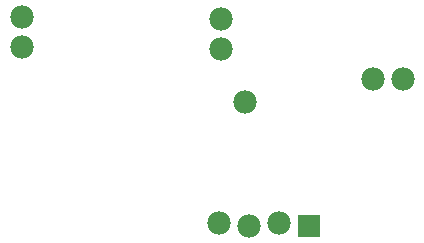
<source format=gbs>
G75*
%MOIN*%
%OFA0B0*%
%FSLAX25Y25*%
%IPPOS*%
%LPD*%
%AMOC8*
5,1,8,0,0,1.08239X$1,22.5*
%
%ADD10R,0.07800X0.07800*%
%ADD11C,0.07800*%
D10*
X0126524Y0019646D03*
D11*
X0096524Y0020646D03*
X0106524Y0019646D03*
X0116524Y0020646D03*
X0105146Y0060658D03*
X0097076Y0078611D03*
X0097076Y0088611D03*
X0147666Y0068532D03*
X0157666Y0068532D03*
X0030737Y0079005D03*
X0030737Y0089005D03*
M02*

</source>
